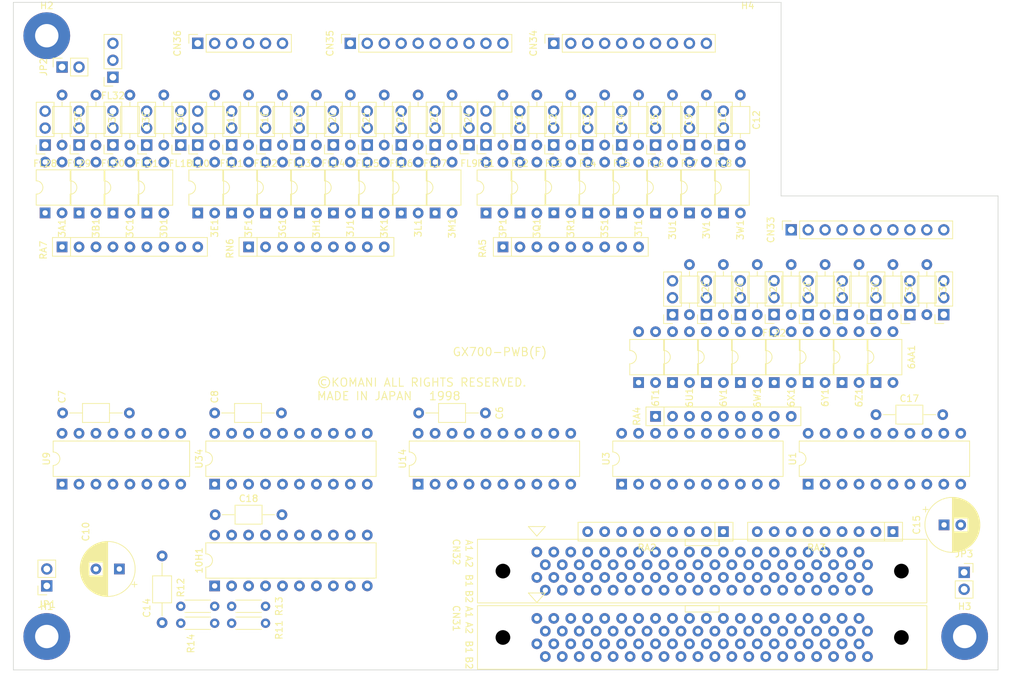
<source format=kicad_pcb>
(kicad_pcb (version 20211014) (generator pcbnew)
  (layers (0 "F.Cu" signal) (31 "B.Cu" signal) (34 "B.Paste" user) (35 "F.Paste" user) (36 "B.SilkS" user "B.Silkscreen") (37 "F.SilkS" user "F.Silkscreen") (38 "B.Mask" user) (39 "F.Mask" user) (44 "Edge.Cuts" user))
  (net 0 "")
  (net 1 "Net-(3A1-Pad1)")
  (net 2 "Net-(3A1-Pad2)")
  (net 3 "Net-(3A1-Pad3)")
  (net 4 "Net-(3A1-Pad4)")
  (net 5 "Net-(3B1-Pad1)")
  (net 6 "Net-(3B1-Pad2)")
  (net 7 "Net-(3B1-Pad4)")
  (net 8 "Net-(3C1-Pad1)")
  (net 9 "Net-(3C1-Pad2)")
  (net 10 "Net-(3C1-Pad4)")
  (net 11 "Net-(3D1-Pad1)")
  (net 12 "Net-(3D1-Pad2)")
  (net 13 "Net-(3D1-Pad4)")
  (net 14 "Net-(3E1-Pad1)")
  (net 15 "Net-(3E1-Pad2)")
  (net 16 "Net-(3E1-Pad3)")
  (net 17 "Net-(3E1-Pad4)")
  (net 18 "Net-(3F1-Pad1)")
  (net 19 "Net-(3F1-Pad2)")
  (net 20 "Net-(3F1-Pad4)")
  (net 21 "Net-(3G1-Pad1)")
  (net 22 "Net-(3G1-Pad2)")
  (net 23 "Net-(3G1-Pad4)")
  (net 24 "Net-(3H1-Pad1)")
  (net 25 "Net-(3H1-Pad2)")
  (net 26 "Net-(3H1-Pad4)")
  (net 27 "Net-(3J1-Pad1)")
  (net 28 "Net-(3J1-Pad2)")
  (net 29 "Net-(3J1-Pad4)")
  (net 30 "Net-(3K1-Pad1)")
  (net 31 "Net-(3K1-Pad2)")
  (net 32 "Net-(3K1-Pad4)")
  (net 33 "Net-(3L1-Pad1)")
  (net 34 "Net-(3L1-Pad2)")
  (net 35 "Net-(3L1-Pad4)")
  (net 36 "Net-(3M1-Pad1)")
  (net 37 "Net-(3M1-Pad2)")
  (net 38 "Net-(3M1-Pad4)")
  (net 39 "Net-(3P1-Pad1)")
  (net 40 "Net-(3P1-Pad2)")
  (net 41 "Net-(3P1-Pad3)")
  (net 42 "Net-(3P1-Pad4)")
  (net 43 "Net-(3Q1-Pad1)")
  (net 44 "Net-(3Q1-Pad2)")
  (net 45 "Net-(3Q1-Pad4)")
  (net 46 "Net-(3R1-Pad1)")
  (net 47 "Net-(3R1-Pad2)")
  (net 48 "Net-(3R1-Pad4)")
  (net 49 "Net-(3S1-Pad1)")
  (net 50 "Net-(3S1-Pad2)")
  (net 51 "Net-(3S1-Pad4)")
  (net 52 "Net-(3T1-Pad1)")
  (net 53 "Net-(3T1-Pad2)")
  (net 54 "Net-(3T1-Pad4)")
  (net 55 "Net-(3U1-Pad1)")
  (net 56 "Net-(3U1-Pad2)")
  (net 57 "Net-(3U1-Pad4)")
  (net 58 "Net-(3V1-Pad1)")
  (net 59 "Net-(3V1-Pad2)")
  (net 60 "Net-(3V1-Pad4)")
  (net 61 "Net-(3W1-Pad1)")
  (net 62 "Net-(3W1-Pad2)")
  (net 63 "Net-(3W1-Pad4)")
  (net 64 "Net-(6T1-Pad1)")
  (net 65 "Net-(6T1-Pad2)")
  (net 66 "Net-(6T1-Pad3)")
  (net 67 "Net-(6T1-Pad4)")
  (net 68 "Net-(6U1-Pad1)")
  (net 69 "Net-(6U1-Pad2)")
  (net 70 "Net-(6U1-Pad4)")
  (net 71 "Net-(6V1-Pad1)")
  (net 72 "Net-(6V1-Pad2)")
  (net 73 "Net-(6V1-Pad4)")
  (net 74 "Net-(6W1-Pad1)")
  (net 75 "Net-(6W1-Pad2)")
  (net 76 "Net-(6W1-Pad4)")
  (net 77 "Net-(6X1-Pad1)")
  (net 78 "Net-(6X1-Pad2)")
  (net 79 "Net-(6X1-Pad4)")
  (net 80 "Net-(6Y1-Pad1)")
  (net 81 "Net-(6Y1-Pad2)")
  (net 82 "Net-(6Y1-Pad4)")
  (net 83 "Net-(6Z1-Pad1)")
  (net 84 "Net-(6Z1-Pad2)")
  (net 85 "Net-(6Z1-Pad4)")
  (net 86 "~{EXP2}")
  (net 87 "~{READ}")
  (net 88 "~{WR1}")
  (net 89 "~{RESET}")
  (net 90 "573-A7")
  (net 91 "573-A6")
  (net 92 "573-A5")
  (net 93 "573-A4")
  (net 94 "573-A3")
  (net 95 "GND")
  (net 97 "U3-CP")
  (net 98 "U14-CP")
  (net 99 "U34-CP")
  (net 100 "U9-CP")
  (net 104 "+5V")
  (net 105 "~{WR2}")
  (net 106 "~{EXP1}")
  (net 107 "DREQ5")
  (net 108 "IRQ10")
  (net 109 "573-A22")
  (net 110 "573-A20")
  (net 111 "573-A14")
  (net 112 "573-A12")
  (net 113 "573-A2")
  (net 114 "573-A0")
  (net 115 "573-D14")
  (net 116 "573-D12")
  (net 117 "573-D10")
  (net 118 "573-D8")
  (net 119 "573-D6")
  (net 120 "573-D4")
  (net 121 "573-D2")
  (net 122 "573-D0")
  (net 123 "+3V3")
  (net 125 "~{RESET2}")
  (net 126 "DREQ5-2")
  (net 127 "~{EXP1-2}")
  (net 128 "EXP-15")
  (net 129 "IRQ10-2")
  (net 130 "573-A23")
  (net 131 "573-A21")
  (net 132 "573-A15")
  (net 133 "573-A13")
  (net 134 "573-A1")
  (net 135 "573-D15")
  (net 136 "573-D13")
  (net 137 "573-D11")
  (net 138 "573-D9")
  (net 139 "573-D7")
  (net 140 "573-D5")
  (net 141 "573-D3")
  (net 142 "573-D1")
  (net 144 "ISOLATED-COMMON")
  (net 145 "Net-(CN34-Pad2)")
  (net 146 "Net-(CN34-Pad3)")
  (net 147 "Net-(CN34-Pad4)")
  (net 148 "Net-(CN34-Pad6)")
  (net 149 "Net-(CN34-Pad7)")
  (net 150 "Net-(CN34-Pad8)")
  (net 151 "Net-(CN34-Pad9)")
  (net 152 "Net-(CN34-Pad1)")
  (net 153 "Net-(CN35-Pad2)")
  (net 154 "Net-(CN35-Pad3)")
  (net 155 "Net-(CN35-Pad4)")
  (net 156 "Net-(CN35-Pad6)")
  (net 157 "Net-(CN35-Pad7)")
  (net 158 "Net-(CN35-Pad8)")
  (net 159 "Net-(CN35-Pad9)")
  (net 160 "Net-(CN35-Pad1)")
  (net 161 "Net-(CN33-Pad2)")
  (net 162 "Net-(CN33-Pad3)")
  (net 163 "Net-(CN33-Pad4)")
  (net 164 "Net-(CN33-Pad6)")
  (net 165 "Net-(CN33-Pad7)")
  (net 166 "Net-(CN33-Pad8)")
  (net 167 "Net-(CN33-Pad9)")
  (net 168 "Net-(CN33-Pad1)")
  (net 169 "Net-(CN36-Pad2)")
  (net 170 "Net-(CN36-Pad3)")
  (net 171 "Net-(CN36-Pad4)")
  (net 172 "Net-(CN36-Pad1)")
  (net 173 "Net-(H1-Pad1)")
  (net 174 "Net-(H2-Pad1)")
  (net 175 "Net-(H3-Pad1)")
  (net 179 "DATA-0")
  (net 180 "DATA-1")
  (net 181 "DATA-2")
  (net 182 "DATA-3")
  (net 183 "DATA-4")
  (net 184 "DATA-5")
  (net 185 "DATA-6")
  (net 186 "DATA-7")
  (net 191 "Net-(6AA1-Pad4)")
  (net 192 "Net-(6AA1-Pad2)")
  (net 193 "Net-(6AA1-Pad1)")
  (net 194 "Net-(CN34-Pad5)")
  (net 195 "Net-(CN35-Pad5)")
  (net 196 "Net-(CN33-Pad5)")
  (net 197 "Net-(CN36-Pad5)")
  (footprint "Capacitor_THT:C_Axial_L3.8mm_D2.6mm_P7.50mm_Horizontal" (layer "F.Cu") (at 148.412 63.88 -90)
    (fp_text reference "C2")
    (fp_text value "20n")
  )
  (footprint "Connector_PinSocket_2.54mm:PinSocket_1x03_P2.54mm_Vertical" (layer "F.Cu") (at 133.177 71.37 180)
    (fp_text reference "FL17")
    (fp_text value "EMI_Filter_LCL")
  )
  (footprint "Connector_PinSocket_2.54mm:PinSocket_1x03_P2.54mm_Vertical" (layer "F.Cu") (at 189.057 96.795 180)
    (fp_text reference "FL23" hide)
    (fp_text value "EMI_Filter_LCL" hide)
  )
  (footprint "Connector_PinSocket_2.54mm:PinSocket_1x03_P2.54mm_Vertical" (layer "F.Cu") (at 161.117 71.37 180)
    (fp_text reference "FL5")
    (fp_text value "EMI_Filter_LCL")
  )
  (footprint "Connectors:JAE-TX15-80P" (layer "F.Cu") (at 148.412 142.285 -90)
    (fp_text reference "CN31")
    (fp_text value "573_EXP")
  )
  (footprint "Resistor_THT:R_Axial_DIN0204_L3.6mm_D1.6mm_P5.08mm_Horizontal" (layer "F.Cu") (at 100.152 143.008 180)
    (fp_text reference "R14")
    (fp_text value "4.7k")
  )
  (footprint "Capacitor_THT:C_Axial_L3.8mm_D2.6mm_P7.50mm_Horizontal" (layer "F.Cu") (at 143.332 63.88 -90)
    (fp_text reference "C1")
    (fp_text value "20n")
  )
  (footprint "Package_DIP:DIP-4_W7.62mm" (layer "F.Cu") (at 117.937 81.555 90)
    (fp_text reference "3J1")
    (fp_text value "PC817")
  )
  (footprint "Package_DIP:DIP-4_W7.62mm" (layer "F.Cu") (at 128.097 81.565 90)
    (fp_text reference "3L1")
    (fp_text value "PC817")
  )
  (footprint "Connector_PinSocket_2.54mm:PinSocket_1x10_P2.54mm_Vertical" (layer "F.Cu") (at 120.472 56.14 90)
    (fp_text reference "CN35")
    (fp_text value "B10PSHF1A")
  )
  (footprint "Connector_PinSocket_2.54mm:PinSocket_1x02_P2.54mm_Vertical" (layer "F.Cu") (at 75.006 137.42 180)
    (fp_text reference "JP1")
    (fp_text value "Jumper_2_Open")
  )
  (footprint "Capacitor_THT:C_Axial_L3.8mm_D2.6mm_P7.50mm_Horizontal" (layer "F.Cu") (at 181.432 89.28 -90)
    (fp_text reference "C27")
    (fp_text value "20n")
  )
  (footprint "Capacitor_THT:C_Axial_L3.8mm_D2.6mm_P7.50mm_Horizontal" (layer "F.Cu") (at 153.492 63.88 -90)
    (fp_text reference "C3")
    (fp_text value "20n")
  )
  (footprint "Package_DIP:DIP-4_W7.62mm" (layer "F.Cu") (at 112.857 81.555 90)
    (fp_text reference "3H1")
    (fp_text value "PC817")
  )
  (footprint "Connector_PinSocket_2.54mm:PinSocket_1x03_P2.54mm_Vertical" (layer "F.Cu") (at 145.877 71.355 180)
    (fp_text reference "FL2")
    (fp_text value "EMI_Filter_LCL")
  )
  (footprint "Package_DIP:DIP-4_W7.62mm" (layer "F.Cu") (at 74.752 81.545 90)
    (fp_text reference "3A1")
    (fp_text value "PC817")
  )
  (footprint "Connector_PinSocket_2.54mm:PinSocket_1x03_P2.54mm_Vertical" (layer "F.Cu") (at 123.017 71.38 180)
    (fp_text reference "FL15")
    (fp_text value "EMI_Filter_LCL")
  )
  (footprint "Package_DIP:DIP-4_W7.62mm" (layer "F.Cu") (at 199.217 106.955 90)
    (fp_text reference "6AA1")
    (fp_text value "PC817")
  )
  (footprint "Capacitor_THT:C_Axial_L3.8mm_D2.6mm_P7.50mm_Horizontal" (layer "F.Cu") (at 87.452 63.88 -90)
    (fp_text reference "C35")
    (fp_text value "20n")
  )
  (footprint "Connector_PinSocket_2.54mm:PinSocket_1x03_P2.54mm_Vertical" (layer "F.Cu") (at 173.817 96.795 180)
    (fp_text reference "FL20" hide)
    (fp_text value "EMI_Filter_LCL" hide)
  )
  (footprint "MountingHole:MountingHole_3.5mm" (layer "F.Cu") (at 180 55)
    (fp_text reference "H4")
    (fp_text value "MountingHole")
  )
  (footprint "Connector_PinSocket_2.54mm:PinSocket_1x03_P2.54mm_Vertical" (layer "F.Cu") (at 178.897 96.795 180)
    (fp_text reference "FL21" hide)
    (fp_text value "EMI_Filter_LCL" hide)
  )
  (footprint "Package_DIP:DIP-20_W7.62mm" (layer "F.Cu") (at 100.152 122.18 90)
    (fp_text reference "U34")
    (fp_text value "74LS273")
  )
  (footprint "Connector_PinSocket_2.54mm:PinSocket_1x03_P2.54mm_Vertical" (layer "F.Cu") (at 89.967 71.38 180)
    (fp_text reference "FL31")
    (fp_text value "EMI_Filter_LCL")
  )
  (footprint "Connector_PinSocket_2.54mm:PinSocket_1x03_P2.54mm_Vertical" (layer "F.Cu") (at 138.257 71.355 180)
    (fp_text reference "FL9")
    (fp_text value "EMI_Filter_LCL")
  )
  (footprint "Package_DIP:DIP-4_W7.62mm" (layer "F.Cu") (at 97.617 81.555 90)
    (fp_text reference "3E1")
    (fp_text value "PC817")
  )
  (footprint "Capacitor_THT:C_Axial_L3.8mm_D2.6mm_P7.50mm_Horizontal" (layer "F.Cu") (at 105.232 63.88 -90)
    (fp_text reference "C16")
    (fp_text value "20n")
  )
  (footprint "Capacitor_THT:C_Axial_L3.8mm_D2.6mm_P7.50mm_Horizontal" (layer "F.Cu") (at 77.292 63.88 -90)
    (fp_text reference "C33")
    (fp_text value "20n")
  )
  (footprint "Capacitor_THT:C_Axial_L3.8mm_D2.6mm_P7.50mm_Horizontal" (layer "F.Cu") (at 186.512 89.28 -90)
    (fp_text reference "C28")
    (fp_text value "20n")
  )
  (footprint "Capacitor_THT:C_Axial_L3.8mm_D2.6mm_P7.50mm_Horizontal" (layer "F.Cu") (at 110.312 63.88 -90)
    (fp_text reference "C19")
    (fp_text value "20n")
  )
  (footprint "Package_DIP:DIP-4_W7.62mm" (layer "F.Cu") (at 107.777 81.555 90)
    (fp_text reference "3G1")
    (fp_text value "PC817")
  )
  (footprint "Package_DIP:DIP-4_W7.62mm" (layer "F.Cu") (at 89.997 81.555 90)
    (fp_text reference "3D1")
    (fp_text value "PC817")
  )
  (footprint "Capacitor_THT:C_Axial_L3.8mm_D2.6mm_P7.50mm_Horizontal" (layer "F.Cu") (at 206.832 89.28 -90)
    (fp_text reference "C32")
    (fp_text value "20n")
  )
  (footprint "Capacitor_THT:C_Axial_L3.8mm_D2.6mm_P10.00mm_Horizontal" (layer "F.Cu") (at 130.712 111.512)
    (fp_text reference "C6")
    (fp_text value "1uf")
  )
  (footprint "Connector_PinSocket_2.54mm:PinSocket_1x03_P2.54mm_Vertical" (layer "F.Cu") (at 171.277 71.37 180)
    (fp_text reference "FL7")
    (fp_text value "EMI_Filter_LCL")
  )
  (footprint "Capacitor_THT:C_Axial_L3.8mm_D2.6mm_P10.00mm_Horizontal" (layer "F.Cu") (at 100.152 111.512)
    (fp_text reference "C8")
    (fp_text value "1uf")
  )
  (footprint "Package_DIP:DIP-4_W7.62mm" (layer "F.Cu") (at 150.957 81.53 90)
    (fp_text reference "3R1")
    (fp_text value "PC817")
  )
  (footprint "Connector_PinSocket_2.54mm:PinSocket_1x03_P2.54mm_Vertical" (layer "F.Cu") (at 176.357 71.37 180)
    (fp_text reference "FL8")
    (fp_text value "EMI_Filter_LCL")
  )
  (footprint "Connector_PinSocket_2.54mm:PinSocket_1x03_P2.54mm_Vertical" (layer "F.Cu") (at 84.912 71.365 180)
    (fp_text reference "FL30")
    (fp_text value "EMI_Filter_LCL")
  )
  (footprint "Package_DIP:DIP-4_W7.62mm" (layer "F.Cu") (at 171.277 81.555 90)
    (fp_text reference "3V1")
    (fp_text value "PC817")
  )
  (footprint "Package_DIP:DIP-4_W7.62mm" (layer "F.Cu") (at 161.117 81.555 90)
    (fp_text reference "3T1")
    (fp_text value "PC817")
  )
  (footprint "Capacitor_THT:C_Axial_L3.8mm_D2.6mm_P7.50mm_Horizontal" (layer "F.Cu") (at 82.372 63.88 -90)
    (fp_text reference "C34")
    (fp_text value "20n")
  )
  (footprint "Package_DIP:DIP-4_W7.62mm" (layer "F.Cu") (at 133.177 81.555 90)
    (fp_text reference "3M1")
    (fp_text value "PC817")
  )
  (footprint "Resistor_THT:R_Array_SIP9" (layer "F.Cu") (at 77.297 86.635)
    (fp_text reference "RA7")
    (fp_text value "470")
  )
  (footprint "Resistor_THT:R_Axial_DIN0204_L3.6mm_D1.6mm_P5.08mm_Horizontal" (layer "F.Cu") (at 100.152 140.468 180)
    (fp_text reference "R12")
    (fp_text value "4.7k")
  )
  (footprint "Resistor_THT:R_Array_SIP9" (layer "F.Cu") (at 176.352 129.292 180)
    (fp_text reference "RA2")
    (fp_text value "4.7k")
  )
  (footprint "Resistor_THT:R_Array_SIP9" (layer "F.Cu") (at 105.237 86.635)
    (fp_text reference "RN6")
    (fp_text value "470")
  )
  (footprint "MountingHole:MountingHole_3.5mm_Pad" (layer "F.Cu") (at 75 145)
    (fp_text reference "H1")
    (fp_text value "MountingHole_Pad")
  )
  (footprint "Capacitor_THT:C_Axial_L3.8mm_D2.6mm_P7.50mm_Horizontal" (layer "F.Cu") (at 176.352 89.28 -90)
    (fp_text reference "C26")
    (fp_text value "20n")
  )
  (footprint "MountingHole:MountingHole_3.5mm_Pad" (layer "F.Cu") (at 212.5 145)
    (fp_text reference "H3")
    (fp_text value "MountingHole_Pad")
  )
  (footprint "Capacitor_THT:C_Axial_L3.8mm_D2.6mm_P7.50mm_Horizontal" (layer "F.Cu") (at 125.552 63.88 -90)
    (fp_text reference "C22")
    (fp_text value "20n")
  )
  (footprint "Connector_PinSocket_2.54mm:PinSocket_1x10_P2.54mm_Vertical" (layer "F.Cu") (at 150.952 56.14 90)
    (fp_text reference "CN34")
    (fp_text value "B10PSHF1A")
  )
  (footprint "Package_DIP:DIP-20_W7.62mm" (layer "F.Cu") (at 100.152 137.42 90)
    (fp_text reference "10H1")
    (fp_text value "GAL16V8 (X700F1)")
  )
  (footprint "Connector_PinSocket_2.54mm:PinSocket_1x03_P2.54mm_Vertical" (layer "F.Cu") (at 95.077 71.38 180)
    (fp_text reference "FL18")
    (fp_text value "EMI_Filter_LCL")
  )
  (footprint "Capacitor_THT:C_Axial_L3.8mm_D2.6mm_P10.00mm_Horizontal" (layer "F.Cu") (at 199.212 111.766)
    (fp_text reference "C17")
    (fp_text value "1uf")
  )
  (footprint "Connector_PinSocket_2.54mm:PinSocket_1x03_P2.54mm_Vertical" (layer "F.Cu") (at 204.297 96.795 180)
    (fp_text reference "FL26" hide)
    (fp_text value "EMI_Filter_LCL" hide)
  )
  (footprint "Package_DIP:DIP-4_W7.62mm" (layer "F.Cu") (at 140.797 81.555 90)
    (fp_text reference "3P1")
    (fp_text value "PC817")
  )
  (footprint "Connector_PinSocket_2.54mm:PinSocket_1x03_P2.54mm_Vertical" (layer "F.Cu") (at 156.032 71.38 180)
    (fp_text reference "FL4")
    (fp_text value "EMI_Filter_LCL")
  )
  (footprint "Connectors:JAE-TX15-80P" (layer "F.Cu") (at 148.412 132.34 -90)
    (fp_text reference "CN32")
    (fp_text value "573_EXP")
  )
  (footprint "Package_DIP:DIP-20_W7.62mm" (layer "F.Cu") (at 189.052 122.18 90)
    (fp_text reference "U1")
    (fp_text value "74LS244")
  )
  (footprint "Package_DIP:DIP-4_W7.62mm" (layer "F.Cu") (at 84.917 81.555 90)
    (fp_text reference "3C1")
    (fp_text value "PC817")
  )
  (footprint "Package_DIP:DIP-20_W7.62mm" (layer "F.Cu") (at 130.632 122.18 90)
    (fp_text reference "U14")
    (fp_text value "74LS273")
  )
  (footprint "Capacitor_THT:C_Axial_L3.8mm_D2.6mm_P10.00mm_Horizontal" (layer "F.Cu") (at 92.278 142.928 90)
    (fp_text reference "C14")
    (fp_text value "1uf")
  )
  (footprint "Package_DIP:DIP-4_W7.62mm" (layer "F.Cu") (at 183.977 106.955 90)
    (fp_text reference "6X1")
    (fp_text value "PC817")
  )
  (footprint "Connector_PinSocket_2.54mm:PinSocket_1x03_P2.54mm_Vertical" (layer "F.Cu") (at 97.617 71.38 180)
    (fp_text reference "FL10")
    (fp_text value "EMI_Filter_LCL")
  )
  (footprint "Capacitor_THT:C_Axial_L3.8mm_D2.6mm_P7.50mm_Horizontal" (layer "F.Cu") (at 92.532 63.88 -90)
    (fp_text reference "C36")
    (fp_text value "20n")
  )
  (footprint "Connector_PinSocket_2.54mm:PinSocket_1x02_P2.54mm_Vertical" (layer "F.Cu") (at 212.42 135.388)
    (fp_text reference "JP3")
    (fp_text value "Jumper_2_Open")
  )
  (footprint "Package_DIP:DIP-4_W7.62mm" (layer "F.Cu") (at 163.657 106.955 90)
    (fp_text reference "6T1")
    (fp_text value "PC817")
  )
  (footprint "Connector_PinSocket_2.54mm:PinSocket_1x03_P2.54mm_Vertical" (layer "F.Cu") (at 168.737 96.795 180)
    (fp_text reference "FL19" hide)
    (fp_text value "EMI_Filter_LCL" hide)
  )
  (footprint "Capacitor_THT:C_Axial_L3.8mm_D2.6mm_P10.00mm_Horizontal" (layer "F.Cu") (at 77.372 111.512)
    (fp_text reference "C7")
    (fp_text value "1uf")
  )
  (footprint "Connector_PinSocket_2.54mm:PinSocket_1x03_P2.54mm_Vertical" (layer "F.Cu") (at 209.372 96.78 180)
    (fp_text reference "FL27" hide)
    (fp_text value "EMI_Filter_LCL" hide)
  )
  (footprint "Connector_PinSocket_2.54mm:PinSocket_1x03_P2.54mm_Vertical" (layer "F.Cu") (at 194.162 96.81 180)
    (fp_text reference "FL24" hide)
    (fp_text value "EMI_Filter_LCL" hide)
  )
  (footprint "Connector_PinSocket_2.54mm:PinSocket_1x03_P2.54mm_Vertical" (layer "F.Cu") (at 102.697 71.37 180)
    (fp_text reference "FL11")
    (fp_text value "EMI_Filter_LCL")
  )
  (footprint "MountingHole:MountingHole_3.5mm_Pad" (layer "F.Cu") (at 75 55)
    (fp_text reference "H2")
    (fp_text value "MountingHole_Pad")
  )
  (footprint "Package_DIP:DIP-4_W7.62mm" (layer "F.Cu") (at 145.877 81.555 90)
    (fp_text reference "3Q1")
    (fp_text value "PC817")
  )
  (footprint "Package_DIP:DIP-4_W7.62mm" (layer "F.Cu") (at 176.357 81.555 90)
    (fp_text reference "3W1")
    (fp_text value "PC817")
  )
  (footprint "Connector_PinSocket_2.54mm:PinSocket_1x02_P2.54mm_Vertical" (layer "F.Cu") (at 77.292 59.696 90)
    (fp_text reference "JP2")
    (fp_text value "Jumper_2_Open")
  )
  (footprint "Capacitor_THT:C_Axial_L3.8mm_D2.6mm_P7.50mm_Horizontal" (layer "F.Cu") (at 158.572 63.88 -90)
    (fp_text reference "C4")
    (fp_text value "20n")
  )
  (footprint "Capacitor_THT:C_Axial_L3.8mm_D2.6mm_P7.50mm_Horizontal" (layer "F.Cu") (at 171.272 89.28 -90)
    (fp_text reference "C25")
    (fp_text value "20n")
  )
  (footprint "Package_DIP:DIP-4_W7.62mm" (layer "F.Cu") (at 123.017 81.565 90)
    (fp_text reference "3K1")
    (fp_text value "PC817")
  )
  (footprint "Connector_PinSocket_2.54mm:PinSocket_1x03_P2.54mm_Vertical" (layer "F.Cu") (at 117.937 71.365 180)
    (fp_text reference "FL14")
    (fp_text value "EMI_Filter_LCL")
  )
  (footprint "Capacitor_THT:C_Axial_L3.8mm_D2.6mm_P7.50mm_Horizontal" (layer "F.Cu") (at 178.892 63.88 -90)
    (fp_text reference "C12")
    (fp_text value "20n")
  )
  (footprint "Capacitor_THT:C_Axial_L3.8mm_D2.6mm_P7.50mm_Horizontal" (layer "F.Cu") (at 163.652 63.88 -90)
    (fp_text reference "C5")
    (fp_text value "20n")
  )
  (footprint "Capacitor_THT:C_Axial_L3.8mm_D2.6mm_P7.50mm_Horizontal" (layer "F.Cu") (at 115.392 63.88 -90)
    (fp_text reference "C20")
    (fp_text value "20n")
  )
  (footprint "Capacitor_THT:C_Axial_L3.8mm_D2.6mm_P7.50mm_Horizontal" (layer "F.Cu") (at 191.592 89.28 -90)
    (fp_text reference "C29")
    (fp_text value "20n")
  )
  (footprint "Capacitor_THT:CP_Radial_D8.0mm_P3.50mm" (layer "F.Cu") (at 85.872 134.88 180)
    (fp_text reference "C10")
    (fp_text value "330u16v")
  )
  (footprint "Package_DIP:DIP-4_W7.62mm" (layer "F.Cu") (at 102.697 81.555 90)
    (fp_text reference "3F1")
    (fp_text value "PC817")
  )
  (footprint "Connector_PinSocket_2.54mm:PinSocket_1x03_P2.54mm_Vertical" (layer "F.Cu") (at 166.197 71.385 180)
    (fp_text reference "FL6")
    (fp_text value "EMI_Filter_LCL")
  )
  (footprint "Connector_PinSocket_2.54mm:PinSocket_1x03_P2.54mm_Vertical" (layer "F.Cu") (at 112.827 71.365 180)
    (fp_text reference "FL13")
    (fp_text value "EMI_Filter_LCL")
  )
  (footprint "Resistor_THT:R_Array_SIP9" (layer "F.Cu") (at 143.337 86.635)
    (fp_text reference "RA5")
    (fp_text value "470")
  )
  (footprint "Connector_PinSocket_2.54mm:PinSocket_1x10_P2.54mm_Vertical" (layer "F.Cu") (at 186.512 84.08 90)
    (fp_text reference "CN33")
    (fp_text value "B10PSHF1A")
  )
  (footprint "Package_DIP:DIP-16_W7.62mm" (layer "F.Cu") (at 77.292 122.18 90)
    (fp_text reference "U9")
    (fp_text value "74LS175")
  )
  (footprint "Package_DIP:DIP-4_W7.62mm" (layer "F.Cu") (at 173.817 106.955 90)
    (fp_text reference "6V1")
    (fp_text value "PC817")
  )
  (footprint "Package_DIP:DIP-4_W7.62mm" (layer "F.Cu") (at 178.897 106.955 90)
    (fp_text reference "6W1")
    (fp_text value "PC817")
  )
  (footprint "Resistor_THT:R_Axial_DIN0204_L3.6mm_D1.6mm_P5.08mm_Horizontal" (layer "F.Cu") (at 107.772 140.468 180)
    (fp_text reference "R13")
    (fp_text value "4.7k")
  )
  (footprint "Package_DIP:DIP-20_W7.62mm" (layer "F.Cu") (at 161.117 122.18 90)
    (fp_text reference "U3")
    (fp_text value "74LS273")
  )
  (footprint "Capacitor_THT:CP_Radial_D8.0mm_P2.50mm" (layer "F.Cu") (at 209.412 128.276)
    (fp_text reference "C15")
    (fp_text value "330u16v")
  )
  (footprint "Resistor_THT:R_Array_SIP9" (layer "F.Cu") (at 166.197 112.02)
    (fp_text reference "RA4")
    (fp_text value "470")
  )
  (footprint "Resistor_THT:R_Axial_DIN0204_L3.6mm_D1.6mm_P5.08mm_Horizontal" (layer "F.Cu") (at 102.692 143.008)
    (fp_text reference "R11")
    (fp_text value "4.7k")
  )
  (footprint "Connector_PinSocket_2.54mm:PinSocket_1x03_P2.54mm_Vertical" (layer "F.Cu") (at 107.777 71.37 180)
    (fp_text reference "FL12")
    (fp_text value "EMI_Filter_LCL")
  )
  (footprint "Package_DIP:DIP-4_W7.62mm" (layer "F.Cu") (at 168.737 106.955 90)
    (fp_text reference "6U1")
    (fp_text value "PC817")
  )
  (footprint "Connector_PinSocket_2.54mm:PinSocket_1x03_P2.54mm_Vertical" (layer "F.Cu") (at 183.947 96.765 180)
    (fp_text reference "FL22")
    (fp_text value "EMI_Filter_LCL" hide)
  )
  (footprint "Capacitor_THT:C_Axial_L3.8mm_D2.6mm_P7.50mm_Horizontal" (layer "F.Cu") (at 168.732 63.88 -90)
    (fp_text reference "C9")
    (fp_text value "20n")
  )
  (footprint "Capacitor_THT:C_Axial_L3.8mm_D2.6mm_P7.50mm_Horizontal" (layer "F.Cu") (at 196.672 89.28 -90)
    (fp_text reference "C30")
    (fp_text value "20n")
  )
  (footprint "Capacitor_THT:C_Axial_L3.8mm_D2.6mm_P7.50mm_Horizontal" (layer "F.Cu") (at 201.752 89.28 -90)
    (fp_text reference "C31")
    (fp_text value "20n")
  )
  (footprint "Connector_PinSocket_2.54mm:PinSocket_1x03_P2.54mm_Vertical" (layer "F.Cu") (at 74.757 71.38 180)
    (fp_text reference "FL28")
    (fp_text value "EMI_Filter_LCL")
  )
  (footprint "Capacitor_THT:C_Axial_L3.8mm_D2.6mm_P7.50mm_Horizontal" (layer "F.Cu") (at 173.812 63.88 -90)
    (fp_text reference "C11")
    (fp_text value "20n")
  )
  (footprint "Package_DIP:DIP-4_W7.62mm" (layer "F.Cu") (at 79.837 81.555 90)
    (fp_text reference "3B1")
    (fp_text value "PC817")
  )
  (footprint "Capacitor_THT:C_Axial_L3.8mm_D2.6mm_P7.50mm_Horizontal" (layer "F.Cu") (at 135.712 63.88 -90)
    (fp_text reference "C24")
    (fp_text value "20n")
  )
  (footprint "Package_DIP:DIP-4_W7.62mm" (layer "F.Cu") (at 166.197 81.555 90)
    (fp_text reference "3U1")
    (fp_text value "PC817")
  )
  (footprint "Package_DIP:DIP-4_W7.62mm" (layer "F.Cu") (at 189.057 106.955 90)
    (fp_text reference "6Y1")
    (fp_text value "PC817")
  )
  (footprint "Connector_PinSocket_2.54mm:PinSocket_1x06_P2.54mm_Vertical" (layer "F.Cu") (at 97.612 56.14 90)
    (fp_text reference "CN36")
    (fp_text value "B6PSHF1AA")
  )
  (footprint "Connector_PinSocket_2.54mm:PinSocket_1x03_P2.54mm_Vertical" (layer "F.Cu") (at 150.932 71.37 180)
    (fp_text reference "FL3")
    (fp_text value "EMI_Filter_LCL")
  )
  (footprint "Connector_PinSocket_2.54mm:PinSocket_1x03_P2.54mm_Vertical" (layer "F.Cu") (at 128.097 71.37 180)
    (fp_text reference "FL16")
    (fp_text value "EMI_Filter_LCL")
  )
  (footprint "Capacitor_THT:C_Axial_L3.8mm_D2.6mm_P7.50mm_Horizontal" (layer "F.Cu") (at 120.472 63.88 -90)
    (fp_text reference "C21")
    (fp_text value "20n")
  )
  (footprint "Connector_PinSocket_2.54mm:PinSocket_1x03_P2.54mm_Vertical" (layer "F.Cu") (at 84.912 61.22 180)
    (fp_text reference "FL32")
    (fp_text value "EMI_Filter_LCL")
  )
  (footprint "Package_DIP:DIP-4_W7.62mm" (layer "F.Cu") (at 156.037 81.555 90)
    (fp_text reference "3S1")
    (fp_text value "PC817")
  )
  (footprint "Connector_PinSocket_2.54mm:PinSocket_1x03_P2.54mm_Vertical" (layer "F.Cu") (at 79.837 71.37 180)
    (fp_text reference "FL29")
    (fp_text value "EMI_Filter_LCL")
  )
  (footprint "Resistor_THT:R_Array_SIP9" (layer "F.Cu") (at 201.752 129.292 180)
    (fp_text reference "RA3")
    (fp_text value "4.7k")
  )
  (footprint "Connector_PinSocket_2.54mm:PinSocket_1x03_P2.54mm_Vertical" (layer "F.Cu") (at 199.217 96.795 180)
    (fp_text reference "FL25" hide)
    (fp_text value "EMI_Filter_LCL" hide)
  )
  (footprint "Package_DIP:DIP-4_W7.62mm" (layer "F.Cu") (at 194.137 106.955 90)
    (fp_text reference "6Z1")
    (fp_text value "PC817")
  )
  (footprint "Capacitor_THT:C_Axial_L3.8mm_D2.6mm_P7.50mm_Horizontal" (layer "F.Cu") (at 130.632 63.88 -90)
    (fp_text reference "C23")
    (fp_text value "20n")
  )
  (footprint "Capacitor_THT:C_Axial_L3.8mm_D2.6mm_P7.50mm_Horizontal" (layer "F.Cu") (at 100.152 63.88 -90)
    (fp_text reference "C13")
    (fp_text value "20n")
  )
  (footprint "Capacitor_THT:C_Axial_L3.8mm_D2.6mm_P10.00mm_Horizontal" (layer "F.Cu") (at 100.232 126.752)
    (fp_text reference "C18")
    (fp_text value "1uf")
  )
  (footprint "Connector_PinSocket_2.54mm:PinSocket_1x03_P2.54mm_Vertical" (layer "F.Cu") (at 140.797 71.355 180)
    (fp_text reference "FL1")
    (fp_text value "EMI_Filter_LCL")
  )
  (gr_line (start 185 50) (end 185 79) (layer "Edge.Cuts") (width 0.1))
  (gr_line (start 217.5 79) (end 217.5 150) (layer "Edge.Cuts") (width 0.1))
  (gr_line (start 70 50) (end 185 50) (layer "Edge.Cuts") (width 0.1))
  (gr_line (start 217.5 150) (end 70 150) (layer "Edge.Cuts") (width 0.1))
  (gr_line (start 185 79) (end 217.5 79) (layer "Edge.Cuts") (width 0.1))
  (gr_line (start 70 150) (end 70 50) (layer "Edge.Cuts") (width 0.1))
  (gr_text "©KOMANI ALL RIGHTS RESERVED." (at 115.392 106.94) (layer "F.SilkS") (effects (font (size 1.24 1.24)) (justify left)))
  (gr_text "GX700-PWB(F)" (at 135.712 102.368) (layer "F.SilkS") (effects (font (size 1.24 1.24)) (justify left)))
  (gr_text "MADE IN JAPAN" (at 115.392 108.972) (layer "F.SilkS") (effects (font (size 1.24 1.24)) (justify left)))
  (gr_text "1998" (at 132.156 108.972) (layer "F.SilkS") (effects (font (size 1.24 1.24)) (justify left)))
)
</source>
